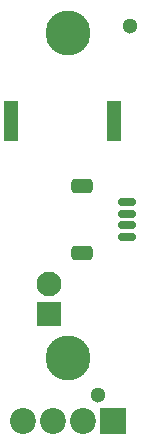
<source format=gbr>
%TF.GenerationSoftware,KiCad,Pcbnew,8.0.7*%
%TF.CreationDate,2025-01-22T04:17:01+01:00*%
%TF.ProjectId,beacon,62656163-6f6e-42e6-9b69-6361645f7063,rev?*%
%TF.SameCoordinates,Original*%
%TF.FileFunction,Soldermask,Bot*%
%TF.FilePolarity,Negative*%
%FSLAX46Y46*%
G04 Gerber Fmt 4.6, Leading zero omitted, Abs format (unit mm)*
G04 Created by KiCad (PCBNEW 8.0.7) date 2025-01-22 04:17:01*
%MOMM*%
%LPD*%
G01*
G04 APERTURE LIST*
G04 Aperture macros list*
%AMRoundRect*
0 Rectangle with rounded corners*
0 $1 Rounding radius*
0 $2 $3 $4 $5 $6 $7 $8 $9 X,Y pos of 4 corners*
0 Add a 4 corners polygon primitive as box body*
4,1,4,$2,$3,$4,$5,$6,$7,$8,$9,$2,$3,0*
0 Add four circle primitives for the rounded corners*
1,1,$1+$1,$2,$3*
1,1,$1+$1,$4,$5*
1,1,$1+$1,$6,$7*
1,1,$1+$1,$8,$9*
0 Add four rect primitives between the rounded corners*
20,1,$1+$1,$2,$3,$4,$5,0*
20,1,$1+$1,$4,$5,$6,$7,0*
20,1,$1+$1,$6,$7,$8,$9,0*
20,1,$1+$1,$8,$9,$2,$3,0*%
G04 Aperture macros list end*
%ADD10R,2.200000X2.200000*%
%ADD11C,2.200000*%
%ADD12C,3.800000*%
%ADD13C,1.300000*%
%ADD14RoundRect,0.150000X0.625000X-0.150000X0.625000X0.150000X-0.625000X0.150000X-0.625000X-0.150000X0*%
%ADD15RoundRect,0.250000X0.650000X-0.350000X0.650000X0.350000X-0.650000X0.350000X-0.650000X-0.350000X0*%
%ADD16R,2.100000X2.100000*%
%ADD17C,2.100000*%
%ADD18R,1.300000X3.400000*%
G04 APERTURE END LIST*
D10*
%TO.C,J3*%
X11315000Y-7600000D03*
D11*
X8775000Y-7600000D03*
X6235000Y-7600000D03*
X3695000Y-7600000D03*
%TD*%
D12*
%TO.C,H3*%
X7500000Y25300000D03*
%TD*%
D13*
%TO.C,H2*%
X10000000Y-5400000D03*
%TD*%
%TO.C,H1*%
X12700000Y25900000D03*
%TD*%
D14*
%TO.C,J1*%
X12500000Y8000000D03*
X12500000Y9000000D03*
X12500000Y10000000D03*
X12500000Y11000000D03*
D15*
X8625000Y6700000D03*
X8625000Y12300000D03*
%TD*%
D12*
%TO.C,H4*%
X7500000Y-2200000D03*
%TD*%
D16*
%TO.C,BT1*%
X5900000Y1530000D03*
D17*
X5900000Y4070000D03*
%TD*%
D18*
%TO.C,BZ1*%
X11350000Y17800000D03*
X2650000Y17800000D03*
%TD*%
M02*

</source>
